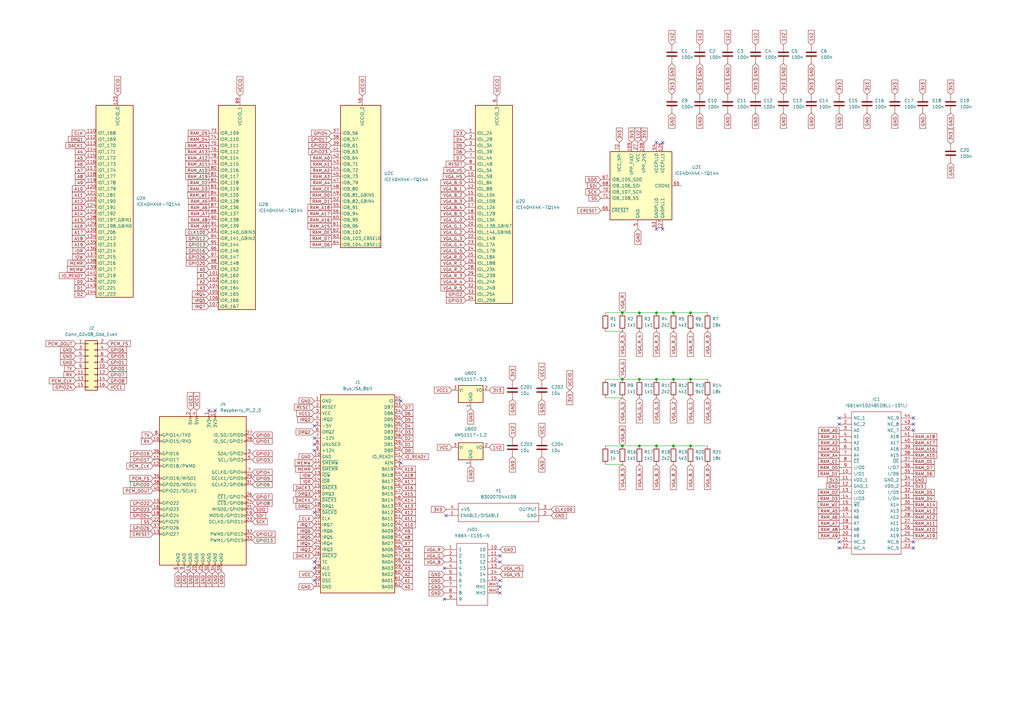
<source format=kicad_sch>
(kicad_sch (version 20230121) (generator eeschema)
  (paper "A3")
  (junction (at 276.225 128.27))
  (junction (at 283.21 128.27))
  (junction (at 255.27 155.575))
  (junction (at 276.225 182.88))
  (junction (at 262.255 155.575))
  (junction (at 269.24 155.575))
  (junction (at 255.27 182.88))
  (junction (at 269.24 182.88))
  (junction (at 262.255 182.88))
  (junction (at 283.21 155.575))
  (junction (at 262.255 128.27))
  (junction (at 276.225 155.575))
  (junction (at 269.24 128.27))
  (junction (at 283.21 182.88))
  (junction (at 255.27 128.27))
  (no_connect (at 88.265 168.275))
  (no_connect (at 344.17 222.25))
  (no_connect (at 85.725 168.275))
  (no_connect (at 128.905 238.125))
  (no_connect (at 164.465 164.465))
  (no_connect (at 128.905 179.705))
  (no_connect (at 128.905 174.625))
  (no_connect (at 128.905 182.245))
  (no_connect (at 128.905 184.785))
  (no_connect (at 128.905 210.185))
  (no_connect (at 374.65 222.25))
  (no_connect (at 271.78 93.98))
  (no_connect (at 164.465 189.865))
  (no_connect (at 271.78 58.42))
  (no_connect (at 374.65 224.79))
  (no_connect (at 374.65 171.45))
  (no_connect (at 344.17 171.45))
  (no_connect (at 344.17 224.79))
  (no_connect (at 374.65 173.99))
  (no_connect (at 269.24 58.42))
  (no_connect (at 128.905 233.045))
  (no_connect (at 128.905 230.505))
  (no_connect (at 374.65 176.53))
  (no_connect (at 344.17 173.99))
  (no_connect (at 269.24 93.98))
  (no_connect (at 182.88 211.455))
  (no_connect (at 182.245 233.045))
  (no_connect (at 182.245 245.745))
  (no_connect (at 205.105 227.965))
  (no_connect (at 205.105 243.205))
  (no_connect (at 205.105 240.665))
  (no_connect (at 205.105 238.125))
  (no_connect (at 205.105 230.505))
  (wire (pts (xy 255.27 155.575) (xy 262.255 155.575)))
  (wire (pts (xy 283.21 182.88) (xy 290.195 182.88)))
  (wire (pts (xy 276.225 182.88) (xy 283.21 182.88)))
  (wire (pts (xy 248.285 163.195) (xy 255.27 163.195)))
  (wire (pts (xy 269.24 128.27) (xy 276.225 128.27)))
  (wire (pts (xy 276.225 155.575) (xy 283.21 155.575)))
  (wire (pts (xy 248.285 190.5) (xy 255.27 190.5)))
  (wire (pts (xy 262.255 128.27) (xy 269.24 128.27)))
  (wire (pts (xy 269.24 182.88) (xy 276.225 182.88)))
  (wire (pts (xy 248.285 155.575) (xy 255.27 155.575)))
  (wire (pts (xy 255.27 128.27) (xy 262.255 128.27)))
  (wire (pts (xy 276.225 128.27) (xy 283.21 128.27)))
  (wire (pts (xy 269.24 155.575) (xy 276.225 155.575)))
  (wire (pts (xy 248.285 182.88) (xy 255.27 182.88)))
  (wire (pts (xy 255.27 182.88) (xy 262.255 182.88)))
  (wire (pts (xy 283.21 155.575) (xy 290.195 155.575)))
  (wire (pts (xy 248.285 135.89) (xy 255.27 135.89)))
  (wire (pts (xy 262.255 155.575) (xy 269.24 155.575)))
  (wire (pts (xy 262.255 182.88) (xy 269.24 182.88)))
  (wire (pts (xy 283.21 128.27) (xy 290.195 128.27)))
  (wire (pts (xy 248.285 128.27) (xy 255.27 128.27)))
  (global_label "GPIO24" (shape input) (at 62.865 211.455 180) (property "Intersheetrefs" "${INTERSHEET_REFS}" (effects hide)))
  (global_label "GND" (shape input) (at 88.265 234.315 270) (property "Intersheetrefs" "${INTERSHEET_REFS}" (effects hide)))
  (global_label "RAM_A2" (shape passive) (at 135.89 69.85 180) (property "Intersheetrefs" "${INTERSHEET_REFS}" (effects hide)))
  (global_label "RAM_D7" (shape passive) (at 135.89 97.79 180) (property "Intersheetrefs" "${INTERSHEET_REFS}" (effects hide)))
  (global_label "SCK" (shape input) (at 246.38 78.74 180) (property "Intersheetrefs" "${INTERSHEET_REFS}" (effects hide)))
  (global_label "RAM_D4" (shape passive) (at 374.65 204.47 0) (property "Intersheetrefs" "${INTERSHEET_REFS}" (effects hide)))
  (global_label "GPIO4" (shape input) (at 103.505 193.675 0) (property "Intersheetrefs" "${INTERSHEET_REFS}" (effects hide)))
  (global_label "3V3" (shape passive) (at 344.17 196.85 180) (property "Intersheetrefs" "${INTERSHEET_REFS}" (effects hide)))
  (global_label "VGA_B_4" (shape input) (at 191.135 85.09 180) (property "Intersheetrefs" "${INTERSHEET_REFS}" (effects hide)))
  (global_label "RAM_A7" (shape passive) (at 344.17 214.63 180) (property "Intersheetrefs" "${INTERSHEET_REFS}" (effects hide)))
  (global_label "A7" (shape input) (at 35.56 69.85 180) (property "Intersheetrefs" "${INTERSHEET_REFS}" (effects hide)))
  (global_label "GPIO1" (shape input) (at 43.815 148.59 0) (property "Intersheetrefs" "${INTERSHEET_REFS}" (effects hide)))
  (global_label "GND" (shape input) (at 73.025 234.315 270) (property "Intersheetrefs" "${INTERSHEET_REFS}" (effects hide)))
  (global_label "A18" (shape input) (at 35.56 97.79 180) (property "Intersheetrefs" "${INTERSHEET_REFS}" (effects hide)))
  (global_label "RAM_WE" (shape passive) (at 85.725 80.01 180) (property "Intersheetrefs" "${INTERSHEET_REFS}" (effects hide)))
  (global_label "VGA_R_3" (shape input) (at 269.24 135.89 270) (property "Intersheetrefs" "${INTERSHEET_REFS}" (effects hide)))
  (global_label "D5" (shape input) (at 191.135 59.69 180) (property "Intersheetrefs" "${INTERSHEET_REFS}" (effects hide)))
  (global_label "A1" (shape input) (at 164.465 238.125 0) (property "Intersheetrefs" "${INTERSHEET_REFS}" (effects hide)))
  (global_label "A10" (shape input) (at 164.465 215.265 0) (property "Intersheetrefs" "${INTERSHEET_REFS}" (effects hide)))
  (global_label "GPIO7" (shape input) (at 103.505 203.835 0) (property "Intersheetrefs" "${INTERSHEET_REFS}" (effects hide)))
  (global_label "RAM_D0" (shape passive) (at 135.89 80.01 180) (property "Intersheetrefs" "${INTERSHEET_REFS}" (effects hide)))
  (global_label "A4" (shape input) (at 164.465 230.505 0) (property "Intersheetrefs" "${INTERSHEET_REFS}" (effects hide)))
  (global_label "RAM_A6" (shape passive) (at 344.17 212.09 180) (property "Intersheetrefs" "${INTERSHEET_REFS}" (effects hide)))
  (global_label "GPIO12" (shape input) (at 85.725 97.79 180) (property "Intersheetrefs" "${INTERSHEET_REFS}" (effects hide)))
  (global_label "IOR" (shape input) (at 35.56 102.87 180) (property "Intersheetrefs" "${INTERSHEET_REFS}" (effects hide)))
  (global_label "IOR" (shape input) (at 128.905 197.485 180) (property "Intersheetrefs" "${INTERSHEET_REFS}" (effects hide)))
  (global_label "D3" (shape input) (at 164.465 177.165 0) (property "Intersheetrefs" "${INTERSHEET_REFS}" (effects hide)))
  (global_label "VGA_G_0" (shape input) (at 290.195 163.195 270) (property "Intersheetrefs" "${INTERSHEET_REFS}" (effects hide)))
  (global_label "VCC" (shape input) (at 222.25 179.705 90) (property "Intersheetrefs" "${INTERSHEET_REFS}" (effects hide)))
  (global_label "RAM_A4" (shape passive) (at 135.89 74.93 180) (property "Intersheetrefs" "${INTERSHEET_REFS}" (effects hide)))
  (global_label "GPIO22" (shape input) (at 135.89 59.69 180) (property "Intersheetrefs" "${INTERSHEET_REFS}" (effects hide)))
  (global_label "GND" (shape input) (at 182.245 240.665 180) (property "Intersheetrefs" "${INTERSHEET_REFS}" (effects hide)))
  (global_label "GND" (shape input) (at 355.6 46.355 270) (property "Intersheetrefs" "${INTERSHEET_REFS}" (effects hide)))
  (global_label "RX" (shape input) (at 31.115 153.67 180) (property "Intersheetrefs" "${INTERSHEET_REFS}" (effects hide)))
  (global_label "MEMW" (shape input) (at 35.56 110.49 180) (property "Intersheetrefs" "${INTERSHEET_REFS}" (effects hide)))
  (global_label "A13" (shape input) (at 164.465 207.645 0) (property "Intersheetrefs" "${INTERSHEET_REFS}" (effects hide)))
  (global_label "RAM_A4" (shape passive) (at 344.17 186.69 180) (property "Intersheetrefs" "${INTERSHEET_REFS}" (effects hide)))
  (global_label "D7" (shape input) (at 164.465 167.005 0) (property "Intersheetrefs" "${INTERSHEET_REFS}" (effects hide)))
  (global_label "DRQ1" (shape input) (at 128.905 207.645 180) (property "Intersheetrefs" "${INTERSHEET_REFS}" (effects hide)))
  (global_label "PCM_FS" (shape input) (at 43.815 140.97 0) (property "Intersheetrefs" "${INTERSHEET_REFS}" (effects hide)))
  (global_label "3V3" (shape input) (at 298.45 38.735 90) (property "Intersheetrefs" "${INTERSHEET_REFS}" (effects hide)))
  (global_label "A8" (shape input) (at 35.56 72.39 180) (property "Intersheetrefs" "${INTERSHEET_REFS}" (effects hide)))
  (global_label "GPIO6" (shape input) (at 103.505 198.755 0) (property "Intersheetrefs" "${INTERSHEET_REFS}" (effects hide)))
  (global_label "RAM_A9" (shape passive) (at 344.17 219.71 180) (property "Intersheetrefs" "${INTERSHEET_REFS}" (effects hide)))
  (global_label "1V2" (shape input) (at 309.88 18.415 90) (property "Intersheetrefs" "${INTERSHEET_REFS}" (effects hide)))
  (global_label "3V3" (shape input) (at 254 58.42 90) (property "Intersheetrefs" "${INTERSHEET_REFS}" (effects hide)))
  (global_label "RAM_CE" (shape passive) (at 344.17 189.23 180) (property "Intersheetrefs" "${INTERSHEET_REFS}" (effects hide)))
  (global_label "PCM_CLK" (shape input) (at 62.865 191.135 180) (property "Intersheetrefs" "${INTERSHEET_REFS}" (effects hide)))
  (global_label "RAM_D3" (shape passive) (at 85.725 77.47 180) (property "Intersheetrefs" "${INTERSHEET_REFS}" (effects hide)))
  (global_label "IRQ3" (shape input) (at 128.905 225.425 180) (property "Intersheetrefs" "${INTERSHEET_REFS}" (effects hide)))
  (global_label "VCCIO" (shape input) (at 203.835 39.37 90) (property "Intersheetrefs" "${INTERSHEET_REFS}" (effects hide)))
  (global_label "VGA_G_4" (shape input) (at 262.255 163.195 270) (property "Intersheetrefs" "${INTERSHEET_REFS}" (effects hide)))
  (global_label "GND" (shape passive) (at 374.65 196.85 0) (property "Intersheetrefs" "${INTERSHEET_REFS}" (effects hide)))
  (global_label "VGA_G_2" (shape input) (at 191.135 95.25 180) (property "Intersheetrefs" "${INTERSHEET_REFS}" (effects hide)))
  (global_label "RAM_A17" (shape passive) (at 374.65 181.61 0) (property "Intersheetrefs" "${INTERSHEET_REFS}" (effects hide)))
  (global_label "RAM_D4" (shape passive) (at 85.725 57.15 180) (property "Intersheetrefs" "${INTERSHEET_REFS}" (effects hide)))
  (global_label "RAM_D7" (shape passive) (at 374.65 191.77 0) (property "Intersheetrefs" "${INTERSHEET_REFS}" (effects hide)))
  (global_label "VGA_HS" (shape input) (at 191.135 72.39 180) (property "Intersheetrefs" "${INTERSHEET_REFS}" (effects hide)))
  (global_label "VGA_B_1" (shape input) (at 191.135 77.47 180) (property "Intersheetrefs" "${INTERSHEET_REFS}" (effects hide)))
  (global_label "RAM_A5" (shape passive) (at 85.725 82.55 180) (property "Intersheetrefs" "${INTERSHEET_REFS}" (effects hide)))
  (global_label "GPIO5" (shape input) (at 103.505 196.215 0) (property "Intersheetrefs" "${INTERSHEET_REFS}" (effects hide)))
  (global_label "1V2" (shape input) (at 200.66 183.515 0) (property "Intersheetrefs" "${INTERSHEET_REFS}" (effects hide)))
  (global_label "GND" (shape input) (at 321.31 26.035 270) (property "Intersheetrefs" "${INTERSHEET_REFS}" (effects hide)))
  (global_label "RAM_A10" (shape passive) (at 85.725 69.85 180) (property "Intersheetrefs" "${INTERSHEET_REFS}" (effects hide)))
  (global_label "RAM_A14" (shape passive) (at 85.725 59.69 180) (property "Intersheetrefs" "${INTERSHEET_REFS}" (effects hide)))
  (global_label "3V3" (shape input) (at 259.08 58.42 90) (property "Intersheetrefs" "${INTERSHEET_REFS}" (effects hide)))
  (global_label "GPIO2" (shape input) (at 191.135 120.65 180) (property "Intersheetrefs" "${INTERSHEET_REFS}" (effects hide)))
  (global_label "RX" (shape input) (at 62.865 180.975 180) (property "Intersheetrefs" "${INTERSHEET_REFS}" (effects hide)))
  (global_label "D7" (shape input) (at 191.135 64.77 180) (property "Intersheetrefs" "${INTERSHEET_REFS}" (effects hide)))
  (global_label "IRQ4" (shape input) (at 85.725 120.65 180) (property "Intersheetrefs" "${INTERSHEET_REFS}" (effects hide)))
  (global_label "A6" (shape input) (at 164.465 225.425 0) (property "Intersheetrefs" "${INTERSHEET_REFS}" (effects hide)))
  (global_label "GND" (shape input) (at 222.25 163.83 270) (property "Intersheetrefs" "${INTERSHEET_REFS}" (effects hide)))
  (global_label "VGA_B_0" (shape input) (at 191.135 74.93 180) (property "Intersheetrefs" "${INTERSHEET_REFS}" (effects hide)))
  (global_label "RAM_A8" (shape passive) (at 85.725 90.17 180) (property "Intersheetrefs" "${INTERSHEET_REFS}" (effects hide)))
  (global_label "A4" (shape input) (at 35.56 62.23 180) (property "Intersheetrefs" "${INTERSHEET_REFS}" (effects hide)))
  (global_label "GND" (shape input) (at 378.46 46.355 270) (property "Intersheetrefs" "${INTERSHEET_REFS}" (effects hide)))
  (global_label "MEMW" (shape input) (at 128.905 189.865 180) (property "Intersheetrefs" "${INTERSHEET_REFS}" (effects hide)))
  (global_label "GND" (shape input) (at 261.62 93.98 270) (property "Intersheetrefs" "${INTERSHEET_REFS}" (effects hide)))
  (global_label "DRQ3" (shape input) (at 128.905 202.565 180) (property "Intersheetrefs" "${INTERSHEET_REFS}" (effects hide)))
  (global_label "A16" (shape input) (at 164.465 200.025 0) (property "Intersheetrefs" "${INTERSHEET_REFS}" (effects hide)))
  (global_label "VGA_R_2" (shape input) (at 191.135 110.49 180) (property "Intersheetrefs" "${INTERSHEET_REFS}" (effects hide)))
  (global_label "RAM_OE" (shape passive) (at 374.65 189.23 0) (property "Intersheetrefs" "${INTERSHEET_REFS}" (effects hide)))
  (global_label "3V3" (shape input) (at 389.89 38.735 90) (property "Intersheetrefs" "${INTERSHEET_REFS}" (effects hide)))
  (global_label "GND" (shape input) (at 182.245 243.205 180) (property "Intersheetrefs" "${INTERSHEET_REFS}" (effects hide)))
  (global_label "RAM_A14" (shape passive) (at 374.65 207.01 0) (property "Intersheetrefs" "${INTERSHEET_REFS}" (effects hide)))
  (global_label "GND" (shape input) (at 287.02 26.035 270) (property "Intersheetrefs" "${INTERSHEET_REFS}" (effects hide)))
  (global_label "3V3" (shape input) (at 233.68 160.02 270) (property "Intersheetrefs" "${INTERSHEET_REFS}" (effects hide)))
  (global_label "GPIO8" (shape input) (at 43.815 156.21 0) (property "Intersheetrefs" "${INTERSHEET_REFS}" (effects hide)))
  (global_label "VGA_G_5" (shape input) (at 191.135 102.87 180) (property "Intersheetrefs" "${INTERSHEET_REFS}" (effects hide)))
  (global_label "RAM_A6" (shape passive) (at 85.725 85.09 180) (property "Intersheetrefs" "${INTERSHEET_REFS}" (effects hide)))
  (global_label "A15" (shape input) (at 164.465 202.565 0) (property "Intersheetrefs" "${INTERSHEET_REFS}" (effects hide)))
  (global_label "DACK3" (shape input) (at 128.905 200.025 180) (property "Intersheetrefs" "${INTERSHEET_REFS}" (effects hide)))
  (global_label "VGA_R_1" (shape input) (at 283.21 135.89 270) (property "Intersheetrefs" "${INTERSHEET_REFS}" (effects hide)))
  (global_label "VGA_G_4" (shape input) (at 191.135 100.33 180) (property "Intersheetrefs" "${INTERSHEET_REFS}" (effects hide)))
  (global_label "RAM_D1" (shape passive) (at 135.89 82.55 180) (property "Intersheetrefs" "${INTERSHEET_REFS}" (effects hide)))
  (global_label "VCC1" (shape input) (at 43.815 158.75 0) (property "Intersheetrefs" "${INTERSHEET_REFS}" (effects hide)))
  (global_label "VGA_B_5" (shape input) (at 255.27 190.5 270) (property "Intersheetrefs" "${INTERSHEET_REFS}" (effects hide)))
  (global_label "IRQ7" (shape input) (at 128.905 215.265 180) (property "Intersheetrefs" "${INTERSHEET_REFS}" (effects hide)))
  (global_label "GND" (shape input) (at 128.905 187.325 180) (property "Intersheetrefs" "${INTERSHEET_REFS}" (effects hide)))
  (global_label "A2" (shape input) (at 164.465 235.585 0) (property "Intersheetrefs" "${INTERSHEET_REFS}" (effects hide)))
  (global_label "RAM_A16" (shape passive) (at 374.65 184.15 0) (property "Intersheetrefs" "${INTERSHEET_REFS}" (effects hide)))
  (global_label "GPIO3" (shape input) (at 191.135 123.19 180) (property "Intersheetrefs" "${INTERSHEET_REFS}" (effects hide)))
  (global_label "A6" (shape input) (at 35.56 67.31 180) (property "Intersheetrefs" "${INTERSHEET_REFS}" (effects hide)))
  (global_label "VGA_B" (shape input) (at 182.245 230.505 180) (property "Intersheetrefs" "${INTERSHEET_REFS}" (effects hide)))
  (global_label "GND" (shape passive) (at 344.17 199.39 180) (property "Intersheetrefs" "${INTERSHEET_REFS}" (effects hide)))
  (global_label "A7" (shape input) (at 164.465 222.885 0) (property "Intersheetrefs" "${INTERSHEET_REFS}" (effects hide)))
  (global_label "RAM_CE" (shape passive) (at 135.89 77.47 180) (property "Intersheetrefs" "${INTERSHEET_REFS}" (effects hide)))
  (global_label "RAM_A3" (shape passive) (at 135.89 72.39 180) (property "Intersheetrefs" "${INTERSHEET_REFS}" (effects hide)))
  (global_label "GND" (shape input) (at 128.905 164.465 180) (property "Intersheetrefs" "${INTERSHEET_REFS}" (effects hide)))
  (global_label "GND" (shape input) (at 367.03 46.355 270) (property "Intersheetrefs" "${INTERSHEET_REFS}" (effects hide)))
  (global_label "GND" (shape input) (at 75.565 234.315 270) (property "Intersheetrefs" "${INTERSHEET_REFS}" (effects hide)))
  (global_label "RAM_A15" (shape passive) (at 135.89 92.71 180) (property "Intersheetrefs" "${INTERSHEET_REFS}" (effects hide)))
  (global_label "VCC" (shape input) (at 185.42 183.515 180) (property "Intersheetrefs" "${INTERSHEET_REFS}" (effects hide)))
  (global_label "GND" (shape input) (at 210.185 187.325 270) (property "Intersheetrefs" "${INTERSHEET_REFS}" (effects hide)))
  (global_label "VCC1" (shape input) (at 80.645 168.275 90) (property "Intersheetrefs" "${INTERSHEET_REFS}" (effects hide)))
  (global_label "GND" (shape input) (at 80.645 234.315 270) (property "Intersheetrefs" "${INTERSHEET_REFS}" (effects hide)))
  (global_label "D6" (shape input) (at 191.135 62.23 180) (property "Intersheetrefs" "${INTERSHEET_REFS}" (effects hide)))
  (global_label "D0" (shape input) (at 164.465 184.785 0) (property "Intersheetrefs" "${INTERSHEET_REFS}" (effects hide)))
  (global_label "PCM_DOUT" (shape input) (at 62.865 201.295 180) (property "Intersheetrefs" "${INTERSHEET_REFS}" (effects hide)))
  (global_label "VCCIO" (shape input) (at 98.425 39.37 90) (property "Intersheetrefs" "${INTERSHEET_REFS}" (effects hide)))
  (global_label "IRQ5" (shape input) (at 85.725 123.19 180) (property "Intersheetrefs" "${INTERSHEET_REFS}" (effects hide)))
  (global_label "GND" (shape input) (at 389.89 66.675 270) (property "Intersheetrefs" "${INTERSHEET_REFS}" (effects hide)))
  (global_label "GND" (shape input) (at 226.06 211.455 0) (property "Intersheetrefs" "${INTERSHEET_REFS}" (effects hide)))
  (global_label "3V3" (shape input) (at 344.17 38.735 90) (property "Intersheetrefs" "${INTERSHEET_REFS}" (effects hide)))
  (global_label "VGA_G_1" (shape input) (at 191.135 92.71 180) (property "Intersheetrefs" "${INTERSHEET_REFS}" (effects hide)))
  (global_label "RAM_A11" (shape passive) (at 85.725 67.31 180) (property "Intersheetrefs" "${INTERSHEET_REFS}" (effects hide)))
  (global_label "VGA_B_0" (shape input) (at 290.195 190.5 270) (property "Intersheetrefs" "${INTERSHEET_REFS}" (effects hide)))
  (global_label "RAM_A16" (shape passive) (at 135.89 90.17 180) (property "Intersheetrefs" "${INTERSHEET_REFS}" (effects hide)))
  (global_label "1V2" (shape input) (at 275.59 18.415 90) (property "Intersheetrefs" "${INTERSHEET_REFS}" (effects hide)))
  (global_label "VCC1" (shape input) (at 78.105 168.275 90) (property "Intersheetrefs" "${INTERSHEET_REFS}" (effects hide)))
  (global_label "1V2" (shape input) (at 321.31 18.415 90) (property "Intersheetrefs" "${INTERSHEET_REFS}" (effects hide)))
  (global_label "GPIO2" (shape input) (at 103.505 186.055 0) (property "Intersheetrefs" "${INTERSHEET_REFS}" (effects hide)))
  (global_label "GPIO0" (shape input) (at 43.815 151.13 0) (property "Intersheetrefs" "${INTERSHEET_REFS}" (effects hide)))
  (global_label "VGA_R_3" (shape input) (at 191.135 113.03 180) (property "Intersheetrefs" "${INTERSHEET_REFS}" (effects hide)))
  (global_label "GND" (shape input) (at 287.02 46.355 270) (property "Intersheetrefs" "${INTERSHEET_REFS}" (effects hide)))
  (global_label "CLK100" (shape input) (at 226.06 208.915 0) (property "Intersheetrefs" "${INTERSHEET_REFS}" (effects hide)))
  (global_label "RESET" (shape input) (at 128.905 167.005 180) (property "Intersheetrefs" "${INTERSHEET_REFS}" (effects hide)))
  (global_label "3V3" (shape input) (at 200.66 160.02 0) (property "Intersheetrefs" "${INTERSHEET_REFS}" (effects hide)))
  (global_label "SDO" (shape input) (at 246.38 73.66 180) (property "Intersheetrefs" "${INTERSHEET_REFS}" (effects hide)))
  (global_label "GPIO23" (shape input) (at 135.89 62.23 180) (property "Intersheetrefs" "${INTERSHEET_REFS}" (effects hide)))
  (global_label "RAM_A13" (shape passive) (at 85.725 62.23 180) (property "Intersheetrefs" "${INTERSHEET_REFS}" (effects hide)))
  (global_label "RAM_A17" (shape passive) (at 135.89 87.63 180) (property "Intersheetrefs" "${INTERSHEET_REFS}" (effects hide)))
  (global_label "RAM_D5" (shape passive) (at 374.65 201.93 0) (property "Intersheetrefs" "${INTERSHEET_REFS}" (effects hide)))
  (global_label "GPIO4" (shape input) (at 135.89 54.61 180) (property "Intersheetrefs" "${INTERSHEET_REFS}" (effects hide)))
  (global_label "D1" (shape input) (at 164.465 182.245 0) (property "Intersheetrefs" "${INTERSHEET_REFS}" (effects hide)))
  (global_label "VGA_R" (shape input) (at 255.27 128.27 90) (property "Intersheetrefs" "${INTERSHEET_REFS}" (effects hide)))
  (global_label "VGA_G_0" (shape input) (at 191.135 90.17 180) (property "Intersheetrefs" "${INTERSHEET_REFS}" (effects hide)))
  (global_label "A0" (shape input) (at 164.465 240.665 0) (property "Intersheetrefs" "${INTERSHEET_REFS}" (effects hide)))
  (global_label "CLK" (shape input) (at 35.56 54.61 180) (property "Intersheetrefs" "${INTERSHEET_REFS}" (effects hide)))
  (global_label "VCC1" (shape input) (at 128.905 169.545 180) (property "Intersheetrefs" "${INTERSHEET_REFS}" (effects hide)))
  (global_label "D2" (shape input) (at 164.465 179.705 0) (property "Intersheetrefs" "${INTERSHEET_REFS}" (effects hide)))
  (global_label "RAM_A10" (shape passive) (at 374.65 217.17 0) (property "Intersheetrefs" "${INTERSHEET_REFS}" (effects hide)))
  (global_label "GPIO5" (shape input) (at 43.815 146.05 0) (property "Intersheetrefs" "${INTERSHEET_REFS}" (effects hide)))
  (global_label "3V3" (shape input) (at 355.6 38.735 90) (property "Intersheetrefs" "${INTERSHEET_REFS}" (effects hide)))
  (global_label "VGA_B" (shape input) (at 255.27 182.88 90) (property "Intersheetrefs" "${INTERSHEET_REFS}" (effects hide)))
  (global_label "3V3" (shape input) (at 367.03 38.735 90) (property "Intersheetrefs" "${INTERSHEET_REFS}" (effects hide)))
  (global_label "1V2" (shape input) (at 261.62 58.42 90) (property "Intersheetrefs" "${INTERSHEET_REFS}" (effects hide)))
  (global_label "MEMR" (shape input) (at 128.905 192.405 180) (property "Intersheetrefs" "${INTERSHEET_REFS}" (effects hide)))
  (global_label "IRQ5" (shape input) (at 128.905 220.345 180) (property "Intersheetrefs" "${INTERSHEET_REFS}" (effects hide)))
  (global_label "D1" (shape input) (at 35.56 118.11 180) (property "Intersheetrefs" "${INTERSHEET_REFS}" (effects hide)))
  (global_label "TX" (shape input) (at 62.865 178.435 180) (property "Intersheetrefs" "${INTERSHEET_REFS}" (effects hide)))
  (global_label "CLK100" (shape input) (at 85.725 95.25 180) (property "Intersheetrefs" "${INTERSHEET_REFS}" (effects hide)))
  (global_label "VGA_B_1" (shape input) (at 283.21 190.5 270) (property "Intersheetrefs" "${INTERSHEET_REFS}" (effects hide)))
  (global_label "GPIO13" (shape input) (at 103.505 221.615 0) (property "Intersheetrefs" "${INTERSHEET_REFS}" (effects hide)))
  (global_label "A19" (shape input) (at 164.465 192.405 0) (property "Intersheetrefs" "${INTERSHEET_REFS}" (effects hide)))
  (global_label "VGA_R_0" (shape input) (at 191.135 105.41 180) (property "Intersheetrefs" "${INTERSHEET_REFS}" (effects hide)))
  (global_label "3V3" (shape input) (at 275.59 38.735 90) (property "Intersheetrefs" "${INTERSHEET_REFS}" (effects hide)))
  (global_label "GPIO12" (shape input) (at 103.505 219.075 0) (property "Intersheetrefs" "${INTERSHEET_REFS}" (effects hide)))
  (global_label "1V2" (shape input) (at 287.02 18.415 90) (property "Intersheetrefs" "${INTERSHEET_REFS}" (effects hide)))
  (global_label "RAM_A5" (shape passive) (at 344.17 209.55 180) (property "Intersheetrefs" "${INTERSHEET_REFS}" (effects hide)))
  (global_label "RAM_D3" (shape passive) (at 344.17 204.47 180) (property "Intersheetrefs" "${INTERSHEET_REFS}" (effects hide)))
  (global_label "VCC1" (shape input) (at 222.25 156.21 90) (property "Intersheetrefs" "${INTERSHEET_REFS}" (effects hide)))
  (global_label "RAM_D1" (shape passive) (at 344.17 194.31 180) (property "Intersheetrefs" "${INTERSHEET_REFS}" (effects hide)))
  (global_label "GND" (shape input) (at 332.74 46.355 270) (property "Intersheetrefs" "${INTERSHEET_REFS}" (effects hide)))
  (global_label "3V3" (shape input) (at 210.185 156.21 90) (property "Intersheetrefs" "${INTERSHEET_REFS}" (effects hide)))
  (global_label "VGA_HS" (shape input) (at 205.105 233.045 0) (property "Intersheetrefs" "${INTERSHEET_REFS}" (effects hide)))
  (global_label "VGA_G" (shape input) (at 255.27 155.575 90) (property "Intersheetrefs" "${INTERSHEET_REFS}" (effects hide)))
  (global_label "IRQ6" (shape input) (at 128.905 217.805 180) (property "Intersheetrefs" "${INTERSHEET_REFS}" (effects hide)))
  (global_label "VGA_R_4" (shape input) (at 262.255 135.89 270) (property "Intersheetrefs" "${INTERSHEET_REFS}" (effects hide)))
  (global_label "VCCIO" (shape input) (at 48.26 39.37 90) (property "Intersheetrefs" "${INTERSHEET_REFS}" (effects hide)))
  (global_label "VCCIO" (shape input) (at 233.68 160.02 90) (property "Intersheetrefs" "${INTERSHEET_REFS}" (effects hide)))
  (global_label "RAM_A7" (shape passive) (at 85.725 87.63 180) (property "Intersheetrefs" "${INTERSHEET_REFS}" (effects hide)))
  (global_label "RAM_D6" (shape passive) (at 374.65 194.31 0) (property "Intersheetrefs" "${INTERSHEET_REFS}" (effects hide)))
  (global_label "IOW" (shape input) (at 128.905 194.945 180) (property "Intersheetrefs" "${INTERSHEET_REFS}" (effects hide)))
  (global_label "RAM_A1" (shape passive) (at 344.17 179.07 180) (property "Intersheetrefs" "${INTERSHEET_REFS}" (effects hide)))
  (global_label "A14" (shape input) (at 164.465 205.105 0) (property "Intersheetrefs" "${INTERSHEET_REFS}" (effects hide)))
  (global_label "VGA_R_0" (shape input) (at 290.195 135.89 270) (property "Intersheetrefs" "${INTERSHEET_REFS}" (effects hide)))
  (global_label "VCCIO" (shape input) (at 148.59 39.37 90) (property "Intersheetrefs" "${INTERSHEET_REFS}" (effects hide)))
  (global_label "RAM_A8" (shape passive) (at 344.17 217.17 180) (property "Intersheetrefs" "${INTERSHEET_REFS}" (effects hide)))
  (global_label "GND" (shape input) (at 83.185 234.315 270) (property "Intersheetrefs" "${INTERSHEET_REFS}" (effects hide)))
  (global_label "VGA_R_1" (shape input) (at 191.135 107.95 180) (property "Intersheetrefs" "${INTERSHEET_REFS}" (effects hide)))
  (global_label "SS" (shape input) (at 246.38 81.28 180) (property "Intersheetrefs" "${INTERSHEET_REFS}" (effects hide)))
  (global_label "VGA_G_2" (shape input) (at 276.225 163.195 270) (property "Intersheetrefs" "${INTERSHEET_REFS}" (effects hide)))
  (global_label "VCC1" (shape input) (at 185.42 160.02 180) (property "Intersheetrefs" "${INTERSHEET_REFS}" (effects hide)))
  (global_label "GPIO3" (shape input) (at 103.505 188.595 0) (property "Intersheetrefs" "${INTERSHEET_REFS}" (effects hide)))
  (global_label "GND" (shape input) (at 205.105 225.425 0) (property "Intersheetrefs" "${INTERSHEET_REFS}" (effects hide)))
  (global_label "SDI" (shape input) (at 103.505 211.455 0) (property "Intersheetrefs" "${INTERSHEET_REFS}" (effects hide)))
  (global_label "1V2" (shape input) (at 298.45 18.415 90) (property "Intersheetrefs" "${INTERSHEET_REFS}" (effects hide)))
  (global_label "GND" (shape input) (at 193.04 191.135 270) (property "Intersheetrefs" "${INTERSHEET_REFS}" (effects hide)))
  (global_label "3V3" (shape input) (at 378.46 38.735 90) (property "Intersheetrefs" "${INTERSHEET_REFS}" (effects hide)))
  (global_label "GND" (shape input) (at 332.74 26.035 270) (property "Intersheetrefs" "${INTERSHEET_REFS}" (effects hide)))
  (global_label "GND" (shape input) (at 78.105 234.315 270) (property "Intersheetrefs" "${INTERSHEET_REFS}" (effects hide)))
  (global_label "GND" (shape input) (at 389.89 46.355 270) (property "Intersheetrefs" "${INTERSHEET_REFS}" (effects hide)))
  (global_label "VGA_G_3" (shape input) (at 191.135 97.79 180) (property "Intersheetrefs" "${INTERSHEET_REFS}" (effects hide)))
  (global_label "RAM_A19" (shape passive) (at 374.65 219.71 0) (property "Intersheetrefs" "${INTERSHEET_REFS}" (effects hide)))
  (global_label "GPIO0" (shape input) (at 103.505 178.435 0) (property "Intersheetrefs" "${INTERSHEET_REFS}" (effects hide)))
  (global_label "VGA_VS" (shape input) (at 205.105 235.585 0) (property "Intersheetrefs" "${INTERSHEET_REFS}" (effects hide)))
  (global_label "RAM_A0" (shape passive) (at 135.89 64.77 180) (property "Intersheetrefs" "${INTERSHEET_REFS}" (effects hide)))
  (global_label "GND" (shape input) (at 31.115 146.05 180) (property "Intersheetrefs" "${INTERSHEET_REFS}" (effects hide)))
  (global_label "DACK1" (shape input) (at 128.905 205.105 180) (property "Intersheetrefs" "${INTERSHEET_REFS}" (effects hide)))
  (global_label "GND" (shape input) (at 31.115 148.59 180) (property "Intersheetrefs" "${INTERSHEET_REFS}" (effects hide)))
  (global_label "A16" (shape input) (at 35.56 92.71 180) (property "Intersheetrefs" "${INTERSHEET_REFS}" (effects hide)))
  (global_label "RAM_A12" (shape passive) (at 374.65 212.09 0) (property "Intersheetrefs" "${INTERSHEET_REFS}" (effects hide)))
  (global_label "VGA_R_2" (shape input) (at 276.225 135.89 270) (property "Intersheetrefs" "${INTERSHEET_REFS}" (effects hide)))
  (global_label "A11" (shape input) (at 164.465 212.725 0) (property "Intersheetrefs" "${INTERSHEET_REFS}" (effects hide)))
  (global_label "GPIO17" (shape input) (at 62.865 188.595 180) (property "Intersheetrefs" "${INTERSHEET_REFS}" (effects hide)))
  (global_label "GND" (shape input) (at 193.04 167.64 270) (property "Intersheetrefs" "${INTERSHEET_REFS}" (effects hide)))
  (global_label "GPIO16" (shape input) (at 85.725 102.87 180) (property "Intersheetrefs" "${INTERSHEET_REFS}" (effects hide)))
  (global_label "A13" (shape input) (at 35.56 85.09 180) (property "Intersheetrefs" "${INTERSHEET_REFS}" (effects hide)))
  (global_label "GND" (shape input) (at 128.905 240.665 180) (property "Intersheetrefs" "${INTERSHEET_REFS}" (effects hide)))
  (global_label "RAM_D2" (shape passive) (at 85.725 74.93 180) (property "Intersheetrefs" "${INTERSHEET_REFS}" (effects hide)))
  (global_label "VGA_R_5" (shape input) (at 255.27 135.89 270) (property "Intersheetrefs" "${INTERSHEET_REFS}" (effects hide)))
  (global_label "A11" (shape input) (at 35.56 80.01 180) (property "Intersheetrefs" "${INTERSHEET_REFS}" (effects hide)))
  (global_label "A5" (shape input) (at 35.56 64.77 180) (property "Intersheetrefs" "${INTERSHEET_REFS}" (effects hide)))
  (global_label "D3" (shape input) (at 191.135 54.61 180) (property "Intersheetrefs" "${INTERSHEET_REFS}" (effects hide)))
  (global_label "RAM_A18" (shape passive) (at 374.65 179.07 0) (property "Intersheetrefs" "${INTERSHEET_REFS}" (effects hide)))
  (global_label "GPIO17" (shape input) (at 135.89 57.15 180) (property "Intersheetrefs" "${INTERSHEET_REFS}" (effects hide)))
  (global_label "D2" (shape input) (at 35.56 120.65 180) (property "Intersheetrefs" "${INTERSHEET_REFS}" (effects hide)))
  (global_label "GND" (shape input) (at 85.725 234.315 270) (property "Intersheetrefs" "${INTERSHEET_REFS}" (effects hide)))
  (global_label "VGA_R_5" (shape input) (at 191.135 118.11 180) (property "Intersheetrefs" "${INTERSHEET_REFS}" (effects hide)))
  (global_label "D4" (shape input) (at 164.465 174.625 0) (property "Intersheetrefs" "${INTERSHEET_REFS}" (effects hide)))
  (global_label "VGA_G" (shape input) (at 182.245 227.965 180) (property "Intersheetrefs" "${INTERSHEET_REFS}" (effects hide)))
  (global_label "A12" (shape input) (at 164.465 210.185 0) (property "Intersheetrefs" "${INTERSHEET_REFS}" (effects hide)))
  (global_label "IO_READY" (shape input) (at 164.465 187.325 0) (property "Intersheetrefs" "${INTERSHEET_REFS}" (effects hide)))
  (global_label "A17" (shape input) (at 164.465 197.485 0) (property "Intersheetrefs" "${INTERSHEET_REFS}" (effects hide)))
  (global_label "GPIO16" (shape input) (at 62.865 186.055 180) (property "Intersheetrefs" "${INTERSHEET_REFS}" (effects hide)))
  (global_label "DRQ2" (shape input) (at 128.905 177.165 180) (property "Intersheetrefs" "${INTERSHEET_REFS}" (effects hide)))
  (global_label "VGA_R" (shape input) (at 182.245 225.425 180) (property "Intersheetrefs" "${INTERSHEET_REFS}" (effects hide)))
  (global_label "A12" (shape input) (at 35.56 82.55 180) (property "Intersheetrefs" "${INTERSHEET_REFS}" (effects hide)))
  (global_label "GND" (shape input) (at 275.59 46.355 270) (property "Intersheetrefs" "${INTERSHEET_REFS}" (effects hide)))
  (global_label "PCM_CLK" (shape input) (at 31.115 156.21 180) (property "Intersheetrefs" "${INTERSHEET_REFS}" (effects hide)))
  (global_label "3V3" (shape input) (at 321.31 38.735 90) (property "Intersheetrefs" "${INTERSHEET_REFS}" (effects hide)))
  (global_label "IO_READY" (shape input) (at 35.56 113.03 180) (property "Intersheetrefs" "${INTERSHEET_REFS}" (effects hide)))
  (global_label "VGA_B_3" (shape input) (at 269.24 190.5 270) (property "Intersheetrefs" "${INTERSHEET_REFS}" (effects hide)))
  (global_label "D4" (shape input) (at 191.135 57.15 180) (property "Intersheetrefs" "${INTERSHEET_REFS}" (effects hide)))
  (global_label "1V2" (shape input) (at 332.74 18.415 90) (property "Intersheetrefs" "${INTERSHEET_REFS}" (effects hide)))
  (global_label "VGA_B_3" (shape input) (at 191.135 82.55 180) (property "Intersheetrefs" "${INTERSHEET_REFS}" (effects hide)))
  (global_label "RAM_A13" (shape passive) (at 374.65 209.55 0) (property "Intersheetrefs" "${INTERSHEET_REFS}" (effects hide)))
  (global_label "3V3" (shape input) (at 309.88 38.735 90) (property "Intersheetrefs" "${INTERSHEET_REFS}" (effects hide)))
  (global_label "IOW" (shape input) (at 35.56 105.41 180) (property "Intersheetrefs" "${INTERSHEET_REFS}" (effects hide)))
  (global_label "CRESET" (shape input) (at 62.865 219.075 180) (property "Intersheetrefs" "${INTERSHEET_REFS}" (effects hide)))
  (global_label "GPIO26" (shape input) (at 85.725 105.41 180) (property "Intersheetrefs" "${INTERSHEET_REFS}" (effects hide)))
  (global_label "GND" (shape input) (at 298.45 46.355 270) (property "Intersheetrefs" "${INTERSHEET_REFS}" (effects hide)))
  (global_label "A0" (shape input) (at 85.725 110.49 180) (property "Intersheetrefs" "${INTERSHEET_REFS}" (effects hide)))
  (global_label "GND" (shape input) (at 344.17 46.355 270) (property "Intersheetrefs" "${INTERSHEET_REFS}" (effects hide)))
  (global_label "3V3" (shape input) (at 182.88 208.915 180) (property "Intersheetrefs" "${INTERSHEET_REFS}" (effects hide)))
  (global_label "A15" (shape input) (at 35.56 90.17 180) (property "Intersheetrefs" "${INTERSHEET_REFS}" (effects hide)))
  (global_label "3V3" (shape input) (at 389.89 59.055 90) (property "Intersheetrefs" "${INTERSHEET_REFS}" (effects hide)))
  (global_label "RAM_A15" (shape passive) (at 374.65 186.69 0) (property "Intersheetrefs" "${INTERSHEET_REFS}" (effects hide)))
  (global_label "3V3" (shape input) (at 264.16 58.42 90) (property "Intersheetrefs" "${INTERSHEET_REFS}" (effects hide)))
  (global_label "CLK" (shape input) (at 128.905 212.725 180) (property "Intersheetrefs" "${INTERSHEET_REFS}" (effects hide)))
  (global_label "A1" (shape input) (at 85.725 113.03 180) (property "Intersheetrefs" "${INTERSHEET_REFS}" (effects hide)))
  (global_label "1V2" (shape input) (at 210.185 179.705 90) (property "Intersheetrefs" "${INTERSHEET_REFS}" (effects hide)))
  (global_label "PCM_DOUT" (shape input) (at 31.115 140.97 180) (property "Intersheetrefs" "${INTERSHEET_REFS}" (effects hide)))
  (global_label "RAM_A18" (shape passive) (at 135.89 85.09 180) (property "Intersheetrefs" "${INTERSHEET_REFS}" (effects hide)))
  (global_label "DRQ1" (shape input) (at 35.56 57.15 180) (property "Intersheetrefs" "${INTERSHEET_REFS}" (effects hide)))
  (global_label "VGA_G_1" (shape input) (at 283.21 163.195 270) (property "Intersheetrefs" "${INTERSHEET_REFS}" (effects hide)))
  (global_label "RAM_D2" (shape passive) (at 344.17 201.93 180) (property "Intersheetrefs" "${INTERSHEET_REFS}" (effects hide)))
  (global_label "CRESET" (shape input) (at 246.38 86.36 180) (property "Intersheetrefs" "${INTERSHEET_REFS}" (effects hide)))
  (global_label "GND" (shape input) (at 31.115 143.51 180) (property "Intersheetrefs" "${INTERSHEET_REFS}" (effects hide)))
  (global_label "TX" (shape input) (at 31.115 151.13 180) (property "Intersheetrefs" "${INTERSHEET_REFS}" (effects hide)))
  (global_label "GPIO22" (shape input) (at 62.865 206.375 180) (property "Intersheetrefs" "${INTERSHEET_REFS}" (effects hide)))
  (global_label "GND" (shape input) (at 182.245 235.585 180) (property "Intersheetrefs" "${INTERSHEET_REFS}" (effects hide)))
  (global_label "DACK1" (shape input) (at 35.56 59.69 180) (property "Intersheetrefs" "${INTERSHEET_REFS}" (effects hide)))
  (global_label "GND" (shape input) (at 182.245 238.125 180) (property "Intersheetrefs" "${INTERSHEET_REFS}" (effects hide)))
  (global_label "GND" (shape input) (at 321.31 46.355 270) (property "Intersheetrefs" "${INTERSHEET_REFS}" (effects hide)))
  (global_label "VGA_B_2" (shape input) (at 191.135 80.01 180) (property "Intersheetrefs" "${INTERSHEET_REFS}" (effects hide)))
  (global_label "GPIO13" (shape input) (at 85.725 100.33 180) (property "Intersheetrefs" "${INTERSHEET_REFS}" (effects hide)))
  (global_label "D5" (shape input) (at 164.465 172.085 0) (property "Intersheetrefs" "${INTERSHEET_REFS}" (effects hide)))
  (global_label "GND" (shape input) (at 210.185 163.83 270) (property "Intersheetrefs" "${INTERSHEET_REFS}" (effects hide)))
  (global_label "RAM_A9" (shape passive) (at 85.725 92.71 180) (property "Intersheetrefs" "${INTERSHEET_REFS}" (effects hide)))
  (global_label "GPIO23" (shape input) (at 62.865 208.915 180) (property "Intersheetrefs" "${INTERSHEET_REFS}" (effects hide)))
  (global_label "VGA_B_4" (shape input) (at 262.255 190.5 270) (property "Intersheetrefs" "${INTERSHEET_REFS}" (effects hide)))
  (global_label "GPIO24" (shape input) (at 31.115 158.75 180) (property "Intersheetrefs" "${INTERSHEET_REFS}" (effects hide)))
  (global_label "RAM_A1" (shape passive) (at 135.89 67.31 180) (property "Intersheetrefs" "${INTERSHEET_REFS}" (effects hide)))
  (global_label "RESET" (shape input) (at 191.135 67.31 180) (property "Intersheetrefs" "${INTERSHEET_REFS}" (effects hide)))
  (global_label "A5" (shape input) (at 164.465 227.965 0) (property "Intersheetrefs" "${INTERSHEET_REFS}" (effects hide)))
  (global_label "GND" (shape input) (at 298.45 26.035 270) (property "Intersheetrefs" "${INTERSHEET_REFS}" (effects hide)))
  (global_label "IRQ2" (shape input) (at 128.905 172.085 180) (property "Intersheetrefs" "${INTERSHEET_REFS}" (effects hide)))
  (global_label "GND" (shape input) (at 90.805 234.315 270) (property "Intersheetrefs" "${INTERSHEET_REFS}" (effects hide)))
  (global_label "PCM_FS" (shape input) (at 62.865 196.215 180) (property "Intersheetrefs" "${INTERSHEET_REFS}" (effects hide)))
  (global_label "RAM_A19" (shape passive) (at 85.725 72.39 180) (property "Intersheetrefs" "${INTERSHEET_REFS}" (effects hide)))
  (global_label "A8" (shape input) (at 164.465 220.345 0) (property "Intersheetrefs" "${INTERSHEET_REFS}" (effects hide)))
  (global_label "RAM_D5" (shape passive) (at 85.725 54.61 180) (property "Intersheetrefs" "${INTERSHEET_REFS}" (effects hide)))
  (global_label "GPIO20" (shape input) (at 85.725 107.95 180) (property "Intersheetrefs" "${INTERSHEET_REFS}" (effects hide)))
  (global_label "IRQ4" (shape input) (at 128.905 222.885 180) (property "Intersheetrefs" "${INTERSHEET_REFS}" (effects hide)))
  (global_label "A17" (shape input) (at 35.56 95.25 180) (property "Intersheetrefs" "${INTERSHEET_REFS}" (effects hide)))
  (global_label "GPIO26" (shape input) (at 62.865 216.535 180) (property "Intersheetrefs" "${INTERSHEET_REFS}" (effects hide)))
  (global_label "RAM_WE" (shape passive) (at 344.17 207.01 180) (property "Intersheetrefs" "${INTERSHEET_REFS}" (effects hide)))
  (global_label "RAM_D6" (shape passive) (at 135.89 100.33 180) (property "Intersheetrefs" "${INTERSHEET_REFS}" (effects hide)))
  (global_label "GND" (shape input) (at 309.88 26.035 270) (property "Intersheetrefs" "${INTERSHEET_REFS}" (effects hide)))
  (global_label "VGA_B_5" (shape input) (at 191.135 87.63 180) (property "Intersheetrefs" "${INTERSHEET_REFS}" (effects hide)))
  (global_label "A2" (shape input) (at 85.725 115.57 180) (property "Intersheetrefs" "${INTERSHEET_REFS}" (effects hide)))
  (global_label "RAM_A3" (shape passive) (at 344.17 184.15 180) (property "Intersheetrefs" "${INTERSHEET_REFS}" (effects hide)))
  (global_label "GPIO6" (shape input) (at 43.815 143.51 0) (property "Intersheetrefs" "${INTERSHEET_REFS}" (effects hide)))
  (global_label "GND" (shape input) (at 222.25 187.325 270) (property "Intersheetrefs" "${INTERSHEET_REFS}" (effects hide)))
  (global_label "VGA_G_5" (shape input) (at 255.27 163.195 270) (property "Intersheetrefs" "${INTERSHEET_REFS}" (effects hide)))
  (global_label "GPIO8" (shape input) (at 103.505 206.375 0) (property "Intersheetrefs" "${INTERSHEET_REFS}" (effects hide)))
  (global_label "VGA_VS" (shape input) (at 191.135 69.85 180) (property "Intersheetrefs" "${INTERSHEET_REFS}" (effects hide)))
  (global_label "RAM_A0" (shape passive) (at 344.17 176.53 180) (property "Intersheetrefs" "${INTERSHEET_REFS}" (effects hide)))
  (global_label "A9" (shape input) (at 35.56 74.93 180) (property "Intersheetrefs" "${INTERSHEET_REFS}" (effects hide)))
  (global_label "IRQ7" (shape input) (at 85.725 125.73 180) (property "Intersheetrefs" "${INTERSHEET_REFS}" (effects hide)))
  (global_label "D0" (shape input) (at 35.56 115.57 180) (property "Intersheetrefs" "${INTERSHEET_REFS}" (effects hide)))
  (global_label "GND" (shape input) (at 275.59 26.035 270) (property "Intersheetrefs" "${INTERSHEET_REFS}" (effects hide)))
  (global_label "RAM_D0" (shape passive) (at 344.17 191.77 180) (property "Intersheetrefs" "${INTERSHEET_REFS}" (effects hide)))
  (global_label "GPIO7" (shape input) (at 43.815 153.67 0) (property "Intersheetrefs" "${INTERSHEET_REFS}" (effects hide)))
  (global_label "RAM_A11" (shape passive) (at 374.65 214.63 0) (property "Intersheetrefs" "${INTERSHEET_REFS}" (effects hide)))
  (global_label "A18" (shape input) (at 164.465 194.945 0) (property "Intersheetrefs" "${INTERSHEET_REFS}" (effects hide)))
  (global_label "D6" (shape input) (at 164.465 169.545 0) (property "Intersheetrefs" "${INTERSHEET_REFS}" (effects hide)))
  (global_label "SS" (shape input) (at 62.865 213.995 180) (property "Intersheetrefs" "${INTERSHEET_REFS}" (effects hide)))
  (global_label "A3" (shape input) (at 164.465 233.045 0) (property "Intersheetrefs" "${INTERSHEET_REFS}" (effects hide)))
  (global_label "RAM_A12" (shape passive) (at 85.725 64.77 180) (property "Intersheetrefs" "${INTERSHEET_REFS}" (effects hide)))
  (global_label "3V3" (shape input) (at 287.02 38.735 90) (property "Intersheetrefs" "${INTERSHEET_REFS}" (effects hide)))
  (global_label "A9" (shape input) (at 164.465 217.805 0) (property "Intersheetrefs" "${INTERSHEET_REFS}" (effects hide)))
  (global_label "VGA_R_4" (shape input) (at 191.135 115.57 180) (property "Intersheetrefs" "${INTERSHEET_REFS}" (effects hide)))
  (global_label "GPIO20" (shape input) (at 62.865 198.755 180) (property "Intersheetrefs" "${INTERSHEET_REFS}" (effects hide)))
  (global_label "SCK" (shape input) (at 103.505 213.995 0) (property "Intersheetrefs" "${INTERSHEET_REFS}" (effects hide)))
  (global_label "VGA_G_3" (shape input) (at 269.24 163.195 270) (property "Intersheetrefs" "${INTERSHEET_REFS}" (effects hide)))
  (global_label "3V3" (shape input) (at 332.74 38.735 90) (property "Intersheetrefs" "${INTERSHEET_REFS}" (effects hide)))
  (global_label "SDO" (shape input) (at 103.505 208.915 0) (property "Intersheetrefs" "${INTERSHEET_REFS}" (effects hide)))
  (global_label "3V3" (shape passive) (at 374.65 199.39 0) (property "Intersheetrefs" "${INTERSHEET_REFS}" (effects hide)))
  (global_label "VCC" (shape input) (at 128.905 235.585 180) (property "Intersheetrefs" "${INTERSHEET_REFS}" (effects hide)))
  (global_label "A3" (shape input) (at 85.725 118.11 180) (property "Intersheetrefs" "${INTERSHEET_REFS}" (effects hide)))
  (global_label "RAM_A2" (shape passive) (at 344.17 181.61 180) (property "Intersheetrefs" "${INTERSHEET_REFS}" (effects hide)))
  (global_label "SDI" (shape input) (at 246.38 76.2 180) (property "Intersheetrefs" "${INTERSHEET_REFS}" (effects hide)))
  (global_label "GPIO1" (shape input) (at 103.505 180.975 0) (property "Intersheetrefs" "${INTERSHEET_REFS}" (effects hide)))
  (global_label "GND" (shape input) (at 309.88 46.355 270) (property "Intersheetrefs" "${INTERSHEET_REFS}" (effects hide)))
  (global_label "VGA_B_2" (shape input) (at 276.225 190.5 270) (property "Intersheetrefs" "${INTERSHEET_REFS}" (effects hide)))
  (global_label "A14" (shape input) (at 35.56 87.63 180) (property "Intersheetrefs" "${INTERSHEET_REFS}" (effects hide)))
  (global_label "A10" (shape input) (at 35.56 77.47 180) (property "Intersheetrefs" "${INTERSHEET_REFS}" (effects hide)))
  (global_label "RAM_OE" (shape passive) (at 135.89 95.25 180) (property "Intersheetrefs" "${INTERSHEET_REFS}" (effects hide)))
  (global_label "A19" (shape input) (at 35.56 100.33 180) (property "Intersheetrefs" "${INTERSHEET_REFS}" (effects hide)))
  (global_label "DACK2" (shape input) (at 128.905 227.965 180) (property "Intersheetrefs" "${INTERSHEET_REFS}" (effects hide)))
  (global_label "MEMR" (shape input) (at 35.56 107.95 180) (property "Intersheetrefs" "${INTERSHEET_REFS}" (effects hide)))
  (symbol (lib_id "Connector:Raspberry_Pi_2_3") (at 83.185 201.295 0) (unit 1)
    (property "Reference" "J4" (at 90.2844 165.735 0) (effects (justify left)))
    (property "Value" "Raspberry_Pi_2_3" (at 90.2844 168.275 0) (effects (justify left)))
    (property "Footprint" "Connector_PinHeader_2.54mm:PinHeader_2x20_P2.54mm_Vertical" (effects hide))
    (property "Datasheet" "https://www.raspberrypi.org/documentation/hardware/raspberrypi/schematics/rpi_SCH_3bplus_1p0_reduced.pdf" (effects hide))
  )
  (symbol (lib_id "Device:R") (at 262.255 186.69 0) (unit 1)
    (property "Reference" "R17" (at 264.16 185.4199 0) (effects (justify left)))
    (property "Value" "1k1" (at 264.16 187.9599 0) (effects (justify left)))
    (property "Footprint" "Resistor_SMD:R_0603_1608Metric" (effects hide))
  )
  (symbol (lib_id "Connector_Generic:Conn_02x08_Odd_Even") (at 36.195 148.59 0) (unit 1)
    (property "Reference" "J2" (at 37.465 134.62 0))
    (property "Value" "Conn_02x08_Odd_Even" (at 37.465 137.16 0))
    (property "Footprint" "Connector_PinHeader_1.27mm:PinHeader_2x08_P1.27mm_Vertical" (effects hide))
  )
  (symbol (lib_id "Device:R") (at 248.285 186.69 0) (unit 1)
    (property "Reference" "R15" (at 250.19 185.4199 0) (effects (justify left)))
    (property "Value" "1k" (at 250.19 187.9599 0) (effects (justify left)))
    (property "Footprint" "Resistor_SMD:R_0603_1608Metric" (effects hide))
  )
  (symbol (lib_id "Device:C") (at 275.59 22.225 0) (unit 1)
    (property "Reference" "C1" (at 279.4 20.955 0) (effects (justify left)))
    (property "Value" "100n" (at 279.4 23.495 0) (effects (justify left)))
    (property "Footprint" "Capacitor_SMD:C_0603_1608Metric" (effects hide))
  )
  (symbol (lib_id "Device:C") (at 222.25 183.515 0) (unit 1)
    (property "Reference" "C204" (at 226.06 182.245 0) (effects (justify left)))
    (property "Value" "10u" (at 226.06 184.785 0) (effects (justify left)))
    (property "Footprint" "Capacitor_SMD:C_0603_1608Metric" (effects hide))
  )
  (symbol (lib_id "Regulator_Linear:AMS1117-3.3") (at 193.04 183.515 0) (unit 1)
    (property "Reference" "U602" (at 193.04 175.895 0))
    (property "Value" "AMS1117-1.2" (at 193.04 178.435 0))
    (property "Footprint" "Package_TO_SOT_SMD:SOT-223-3_TabPin2" (effects hide))
    (property "Datasheet" "http://www.advanced-monolithic.com/pdf/ds1117.pdf" (effects hide))
  )
  (symbol (lib_id "Device:R") (at 255.27 186.69 0) (unit 1)
    (property "Reference" "R16" (at 257.175 185.4199 0) (effects (justify left)))
    (property "Value" "1k1" (at 257.175 187.9599 0) (effects (justify left)))
    (property "Footprint" "Resistor_SMD:R_0603_1608Metric" (effects hide))
  )
  (symbol (lib_id "Device:C") (at 378.46 42.545 0) (unit 1)
    (property "Reference" "C18" (at 382.27 41.275 0) (effects (justify left)))
    (property "Value" "100n" (at 382.27 43.815 0) (effects (justify left)))
    (property "Footprint" "Capacitor_SMD:C_0603_1608Metric" (effects hide))
  )
  (symbol (lib_id "Device:C") (at 321.31 22.225 0) (unit 1)
    (property "Reference" "C5" (at 324.485 20.9549 0) (effects (justify left)))
    (property "Value" "100n" (at 324.485 23.4949 0) (effects (justify left)))
    (property "Footprint" "Capacitor_SMD:C_0603_1608Metric" (effects hide))
  )
  (symbol (lib_id "Device:C") (at 309.88 42.545 0) (unit 1)
    (property "Reference" "C12" (at 313.055 41.275 0) (effects (justify left)))
    (property "Value" "100n" (at 313.055 43.815 0) (effects (justify left)))
    (property "Footprint" "Capacitor_SMD:C_0603_1608Metric" (effects hide))
  )
  (symbol (lib_id "Device:R") (at 276.225 159.385 0) (unit 1)
    (property "Reference" "R12" (at 278.13 158.1149 0) (effects (justify left)))
    (property "Value" "4k3" (at 278.13 160.6549 0) (effects (justify left)))
    (property "Footprint" "Resistor_SMD:R_0603_1608Metric" (effects hide))
  )
  (symbol (lib_id "IS61WV10248EDBLL-10TLI:IS61WV10248EDBLL-10TLI") (at 344.17 171.45 0) (unit 1)
    (property "Reference" "IC1" (at 359.41 163.83 0))
    (property "Value" "IS61WV10248EDBLL-10TLI" (at 359.41 166.37 0))
    (property "Footprint" "SOP80P1176X120-44N" (effects hide))
    (property "Datasheet" "https://componentsearchengine.com/Datasheets/1/IS61WV10248EDBLL-10TLI.pdf" (effects hide))
    (property "Description" "SRAM 8M, 2.4V-3.6V, 10ns LP Async SRAM" (effects hide))
    (property "Height" "1.2" (effects hide))
    (property "Mouser Part Number" "870-61WV10EDBLL10TLI" (effects hide))
    (property "Mouser Price/Stock" "https://www.mouser.co.uk/ProductDetail/ISSI/IS61WV10248EDBLL-10TLI?qs=eyrSuY1LhL1iQot3UcYtqA%3D%3D" (effects hide))
    (property "Manufacturer_Name" "Integrated Silicon Solution Inc." (effects hide))
    (property "Manufacturer_Part_Number" "IS61WV10248EDBLL-10TLI" (effects hide))
  )
  (symbol (lib_id "Device:R") (at 255.27 132.08 0) (unit 1)
    (property "Reference" "R2" (at 257.175 130.8099 0) (effects (justify left)))
    (property "Value" "1k1" (at 257.175 133.3499 0) (effects (justify left)))
    (property "Footprint" "Resistor_SMD:R_0603_1608Metric" (effects hide))
  )
  (symbol (lib_id "Device:C") (at 309.88 22.225 0) (unit 1)
    (property "Reference" "C4" (at 313.69 20.955 0) (effects (justify left)))
    (property "Value" "100n" (at 313.69 23.495 0) (effects (justify left)))
    (property "Footprint" "Capacitor_SMD:C_0603_1608Metric" (effects hide))
  )
  (symbol (lib_id "Device:C") (at 222.25 160.02 0) (unit 1)
    (property "Reference" "C202" (at 226.06 158.75 0) (effects (justify left)))
    (property "Value" "10u" (at 226.06 161.29 0) (effects (justify left)))
    (property "Footprint" "Capacitor_SMD:C_0603_1608Metric" (effects hide))
  )
  (symbol (lib_id "Device:R") (at 269.24 186.69 0) (unit 1)
    (property "Reference" "R18" (at 271.145 185.4199 0) (effects (justify left)))
    (property "Value" "2k2" (at 271.145 187.9599 0) (effects (justify left)))
    (property "Footprint" "Resistor_SMD:R_0603_1608Metric" (effects hide))
  )
  (symbol (lib_id "FPGA_Lattice:ICE40HX4K-TQ144") (at 98.425 87.63 0) (unit 2)
    (property "Reference" "U2" (at 106.045 83.82 0) (effects (justify left)))
    (property "Value" "ICE40HX4K-TQ144" (at 106.045 86.36 0) (effects (justify left)))
    (property "Footprint" "Package_QFP:TQFP-144_20x20mm_P0.5mm" (effects hide))
    (property "Datasheet" "http://www.latticesemi.com/Products/FPGAandCPLD/iCE40" (effects hide))
  )
  (symbol (lib_id "Device:R") (at 255.27 159.385 0) (unit 1)
    (property "Reference" "R9" (at 257.175 158.1149 0) (effects (justify left)))
    (property "Value" "1k1" (at 257.175 160.6549 0) (effects (justify left)))
    (property "Footprint" "Resistor_SMD:R_0603_1608Metric" (effects hide))
  )
  (symbol (lib_id "Device:C") (at 367.03 42.545 0) (unit 1)
    (property "Reference" "C17" (at 370.84 41.275 0) (effects (justify left)))
    (property "Value" "100n" (at 370.84 43.815 0) (effects (justify left)))
    (property "Footprint" "Capacitor_SMD:C_0603_1608Metric" (effects hide))
  )
  (symbol (lib_id "Device:C") (at 287.02 22.225 0) (unit 1)
    (property "Reference" "C2" (at 290.83 20.955 0) (effects (justify left)))
    (property "Value" "100n" (at 290.83 23.495 0) (effects (justify left)))
    (property "Footprint" "Capacitor_SMD:C_0603_1608Metric" (effects hide))
  )
  (symbol (lib_id "Device:R") (at 262.255 132.08 0) (unit 1)
    (property "Reference" "R3" (at 264.16 130.8099 0) (effects (justify left)))
    (property "Value" "1k1" (at 264.16 133.3499 0) (effects (justify left)))
    (property "Footprint" "Resistor_SMD:R_0603_1608Metric" (effects hide))
  )
  (symbol (lib_id "Device:C") (at 298.45 22.225 0) (unit 1)
    (property "Reference" "C3" (at 302.26 20.955 0) (effects (justify left)))
    (property "Value" "100n" (at 302.26 23.495 0) (effects (justify left)))
    (property "Footprint" "Capacitor_SMD:C_0603_1608Metric" (effects hide))
  )
  (symbol (lib_id "Device:R") (at 262.255 159.385 0) (unit 1)
    (property "Reference" "R10" (at 264.16 158.1149 0) (effects (justify left)))
    (property "Value" "1k1" (at 264.16 160.6549 0) (effects (justify left)))
    (property "Footprint" "Resistor_SMD:R_0603_1608Metric" (effects hide))
  )
  (symbol (lib_id "Device:C") (at 389.89 42.545 0) (unit 1)
    (property "Reference" "C19" (at 393.7 41.275 0) (effects (justify left)))
    (property "Value" "100n" (at 393.7 43.815 0) (effects (justify left)))
    (property "Footprint" "Capacitor_SMD:C_0603_1608Metric" (effects hide))
  )
  (symbol (lib_id "Device:C") (at 287.02 42.545 0) (unit 1)
    (property "Reference" "C10" (at 290.195 41.275 0) (effects (justify left)))
    (property "Value" "100n" (at 290.195 43.815 0) (effects (justify left)))
    (property "Footprint" "Capacitor_SMD:C_0603_1608Metric" (effects hide))
  )
  (symbol (lib_id "Device:R") (at 248.285 159.385 0) (unit 1)
    (property "Reference" "R8" (at 250.19 158.1149 0) (effects (justify left)))
    (property "Value" "1k" (at 250.19 160.6549 0) (effects (justify left)))
    (property "Footprint" "Resistor_SMD:R_0603_1608Metric" (effects hide))
  )
  (symbol (lib_id "K66X-E15S-N:K66X-E15S-N") (at 182.245 225.425 0) (unit 1)
    (property "Reference" "J401" (at 193.675 217.17 0))
    (property "Value" "K66X-E15S-N" (at 193.675 219.71 0))
    (property "Footprint" "K66XE15SN" (effects hide))
    (property "Datasheet" "https://componentsearchengine.com/Datasheets/1/K66X-E15S-N.pdf" (effects hide))
    (property "Description" "D-Sub High Density Connectors HD15 F/M GR BRKT" (effects hide))
    (property "Height" "12.8" (effects hide))
    (property "Mouser Part Number" "806-K66X-E15S-N" (effects hide))
    (property "Mouser Price/Stock" "https://www.mouser.com/Search/Refine.aspx?Keyword=806-K66X-E15S-N" (effects hide))
    (property "Manufacturer_Name" "Kycon" (effects hide))
    (property "Manufacturer_Part_Number" "K66X-E15S-N" (effects hide))
  )
  (symbol (lib_id "Device:R") (at 269.24 159.385 0) (unit 1)
    (property "Reference" "R11" (at 271.145 158.1149 0) (effects (justify left)))
    (property "Value" "2k2" (at 271.145 160.6549 0) (effects (justify left)))
    (property "Footprint" "Resistor_SMD:R_0603_1608Metric" (effects hide))
  )
  (symbol (lib_id "FPGA_Lattice:ICE40HX4K-TQ144") (at 148.59 74.93 0) (unit 3)
    (property "Reference" "U2" (at 157.48 71.12 0) (effects (justify left)))
    (property "Value" "ICE40HX4K-TQ144" (at 157.48 73.66 0) (effects (justify left)))
    (property "Footprint" "Package_QFP:TQFP-144_20x20mm_P0.5mm" (effects hide))
    (property "Datasheet" "http://www.latticesemi.com/Products/FPGAandCPLD/iCE40" (effects hide))
  )
  (symbol (lib_id "Device:R") (at 248.285 132.08 0) (unit 1)
    (property "Reference" "R1" (at 250.19 130.8099 0) (effects (justify left)))
    (property "Value" "1k" (at 250.19 133.3499 0) (effects (justify left)))
    (property "Footprint" "Resistor_SMD:R_0603_1608Metric" (effects hide))
  )
  (symbol (lib_id "Device:C") (at 332.74 22.225 0) (unit 1)
    (property "Reference" "C6" (at 336.55 20.9549 0) (effects (justify left)))
    (property "Value" "100n" (at 336.55 23.4949 0) (effects (justify left)))
    (property "Footprint" "Capacitor_SMD:C_0603_1608Metric" (effects hide))
  )
  (symbol (lib_id "Device:R") (at 276.225 186.69 0) (unit 1)
    (property "Reference" "R19" (at 278.13 185.4199 0) (effects (justify left)))
    (property "Value" "4k3" (at 278.13 187.9599 0) (effects (justify left)))
    (property "Footprint" "Resistor_SMD:R_0603_1608Metric" (effects hide))
  )
  (symbol (lib_id "Device:C") (at 210.185 183.515 0) (unit 1)
    (property "Reference" "C203" (at 213.36 182.245 0) (effects (justify left)))
    (property "Value" "10u" (at 213.36 184.785 0) (effects (justify left)))
    (property "Footprint" "Capacitor_SMD:C_0603_1608Metric" (effects hide))
  )
  (symbol (lib_id "Device:C") (at 344.17 42.545 0) (unit 1)
    (property "Reference" "C15" (at 347.98 41.275 0) (effects (justify left)))
    (property "Value" "100n" (at 347.98 43.815 0) (effects (justify left)))
    (property "Footprint" "Capacitor_SMD:C_0603_1608Metric" (effects hide))
  )
  (symbol (lib_id "FPGA_Lattice:ICE40HX4K-TQ144") (at 261.62 76.2 0) (unit 5)
    (property "Reference" "U2" (at 285.75 68.58 0))
    (property "Value" "ICE40HX4K-TQ144" (at 285.75 71.12 0))
    (property "Footprint" "Package_QFP:TQFP-144_20x20mm_P0.5mm" (effects hide))
    (property "Datasheet" "http://www.latticesemi.com/Products/FPGAandCPLD/iCE40" (effects hide))
  )
  (symbol (lib_id "Connector:Bus_ISA_8bit") (at 146.685 202.565 0) (unit 1)
    (property "Reference" "J1" (at 146.685 156.845 0))
    (property "Value" "Bus_ISA_8bit" (at 146.685 159.385 0))
    (property "Footprint" "BasicISA8:Conn_Bus_ISA8" (effects hide))
    (property "Datasheet" "https://en.wikipedia.org/wiki/Industry_Standard_Architecture" (effects hide))
  )
  (symbol (lib_id "Regulator_Linear:AMS1117-3.3") (at 193.04 160.02 0) (unit 1)
    (property "Reference" "U601" (at 193.04 153.035 0))
    (property "Value" "AMS1117-3.3" (at 193.04 155.575 0))
    (property "Footprint" "Package_TO_SOT_SMD:SOT-223-3_TabPin2" (effects hide))
    (property "Datasheet" "http://www.advanced-monolithic.com/pdf/ds1117.pdf" (effects hide))
  )
  (symbol (lib_id "Device:R") (at 276.225 132.08 0) (unit 1)
    (property "Reference" "R5" (at 278.13 130.8099 0) (effects (justify left)))
    (property "Value" "4k3" (at 278.13 133.3499 0) (effects (justify left)))
    (property "Footprint" "Resistor_SMD:R_0603_1608Metric" (effects hide))
  )
  (symbol (lib_id "Device:R") (at 269.24 132.08 0) (unit 1)
    (property "Reference" "R4" (at 271.145 130.8099 0) (effects (justify left)))
    (property "Value" "2k2" (at 271.145 133.3499 0) (effects (justify left)))
    (property "Footprint" "Resistor_SMD:R_0603_1608Metric" (effects hide))
  )
  (symbol (lib_id "Device:C") (at 275.59 42.545 0) (unit 1)
    (property "Reference" "C9" (at 279.4 41.275 0) (effects (justify left)))
    (property "Value" "100n" (at 279.4 43.815 0) (effects (justify left)))
    (property "Footprint" "Capacitor_SMD:C_0603_1608Metric" (effects hide))
  )
  (symbol (lib_id "Device:C") (at 321.31 42.545 0) (unit 1)
    (property "Reference" "C13" (at 325.12 41.275 0) (effects (justify left)))
    (property "Value" "100n" (at 325.12 43.815 0) (effects (justify left)))
    (property "Footprint" "Capacitor_SMD:C_0603_1608Metric" (effects hide))
  )
  (symbol (lib_id "Device:C") (at 332.74 42.545 0) (unit 1)
    (property "Reference" "C14" (at 335.915 41.275 0) (effects (justify left)))
    (property "Value" "100n" (at 335.915 43.815 0) (effects (justify left)))
    (property "Footprint" "Capacitor_SMD:C_0603_1608Metric" (effects hide))
  )
  (symbol (lib_id "Device:R") (at 283.21 159.385 0) (unit 1)
    (property "Reference" "R13" (at 285.115 158.1149 0) (effects (justify left)))
    (property "Value" "9k1" (at 285.115 160.6549 0) (effects (justify left)))
    (property "Footprint" "Resistor_SMD:R_0603_1608Metric" (effects hide))
  )
  (symbol (lib_id "Device:R") (at 290.195 132.08 0) (unit 1)
    (property "Reference" "R7" (at 292.1 130.8099 0) (effects (justify left)))
    (property "Value" "18k" (at 292.1 133.3499 0) (effects (justify left)))
    (property "Footprint" "Resistor_SMD:R_0603_1608Metric" (effects hide))
  )
  (symbol (lib_id "Device:C") (at 210.185 160.02 0) (unit 1)
    (property "Reference" "C201" (at 213.36 158.75 0) (effects (justify left)))
    (property "Value" "10u" (at 213.36 161.29 0) (effects (justify left)))
    (property "Footprint" "Capacitor_SMD:C_0603_1608Metric" (effects hide))
  )
  (symbol (lib_id "Device:C") (at 355.6 42.545 0) (unit 1)
    (property "Reference" "C16" (at 358.775 41.275 0) (effects (justify left)))
    (property "Value" "100n" (at 358.775 43.815 0) (effects (justify left)))
    (property "Footprint" "Capacitor_SMD:C_0603_1608Metric" (effects hide))
  )
  (symbol (lib_id "Device:R") (at 283.21 132.08 0) (unit 1)
    (property "Reference" "R6" (at 285.115 130.8099 0) (effects (justify left)))
    (property "Value" "9k1" (at 285.115 133.3499 0) (effects (justify left)))
    (property "Footprint" "Resistor_SMD:R_0603_1608Metric" (effects hide))
  )
  (symbol (lib_id "Device:C") (at 389.89 62.865 0) (unit 1)
    (property "Reference" "C20" (at 393.7 61.595 0) (effects (justify left)))
    (property "Value" "100n" (at 393.7 64.135 0) (effects (justify left)))
    (property "Footprint" "Capacitor_SMD:C_0603_1608Metric" (effects hide))
  )
  (symbol (lib_id "FPGA_Lattice:ICE40HX4K-TQ144") (at 48.26 85.09 0) (unit 1)
    (property "Reference" "U2" (at 55.88 81.28 0) (effects (justify left)))
    (property "Value" "ICE40HX4K-TQ144" (at 55.88 83.82 0) (effects (justify left)))
    (property "Footprint" "Package_QFP:TQFP-144_20x20mm_P0.5mm" (effects hide))
    (property "Datasheet" "http://www.latticesemi.com/Products/FPGAandCPLD/iCE40" (effects hide))
  )
  (symbol (lib_id "Device:R") (at 283.21 186.69 0) (unit 1)
    (property "Reference" "R20" (at 285.115 185.4199 0) (effects (justify left)))
    (property "Value" "9k1" (at 285.115 187.9599 0) (effects (justify left)))
    (property "Footprint" "Resistor_SMD:R_0603_1608Metric" (effects hide))
  )
  (symbol (lib_id "Device:C") (at 298.45 42.545 0) (unit 1)
    (property "Reference" "C11" (at 302.26 41.275 0) (effects (justify left)))
    (property "Value" "100n" (at 302.26 43.815 0) (effects (justify left)))
    (property "Footprint" "Capacitor_SMD:C_0603_1608Metric" (effects hide))
  )
  (symbol (lib_id "830207044109:830207044109") (at 182.88 208.915 0) (unit 1)
    (property "Reference" "Y1" (at 204.47 201.295 0))
    (property "Value" "830207044109" (at 204.47 203.835 0))
    (property "Footprint" "830207044109" (effects hide))
    (property "Datasheet" "https://www.we-online.com/catalog/datasheet/830207044109.pdf" (effects hide))
    (property "Description" "XO (Standard) CMOS Oscillator 3.3V Standby (Power Down) 4-SMD, No Lead" (effects hide))
    (property "Height" "1.2" (effects hide))
    (property "Manufacturer_Name" "Wurth Elektronik" (effects hide))
    (property "Manufacturer_Part_Number" "830207044109" (effects hide))
  )
  (symbol (lib_id "Device:R") (at 290.195 186.69 0) (unit 1)
    (property "Reference" "R21" (at 292.1 185.4199 0) (effects (justify left)))
    (property "Value" "18k" (at 292.1 187.9599 0) (effects (justify left)))
    (property "Footprint" "Resistor_SMD:R_0603_1608Metric" (effects hide))
  )
  (symbol (lib_id "Device:R") (at 290.195 159.385 0) (unit 1)
    (property "Reference" "R14" (at 292.1 158.1149 0) (effects (justify left)))
    (property "Value" "18k" (at 292.1 160.6549 0) (effects (justify left)))
    (property "Footprint" "Resistor_SMD:R_0603_1608Metric" (effects hide))
  )
  (symbol (lib_id "FPGA_Lattice:ICE40HX4K-TQ144") (at 203.835 85.09 0) (unit 4)
    (property "Reference" "U2" (at 211.455 82.55 0) (effects (justify left)))
    (property "Value" "ICE40HX4K-TQ144" (at 211.455 85.09 0) (effects (justify left)))
    (property "Footprint" "Package_QFP:TQFP-144_20x20mm_P0.5mm" (effects hide))
    (property "Datasheet" "http://www.latticesemi.com/Products/FPGAandCPLD/iCE40" (effects hide))
  )
)
</source>
